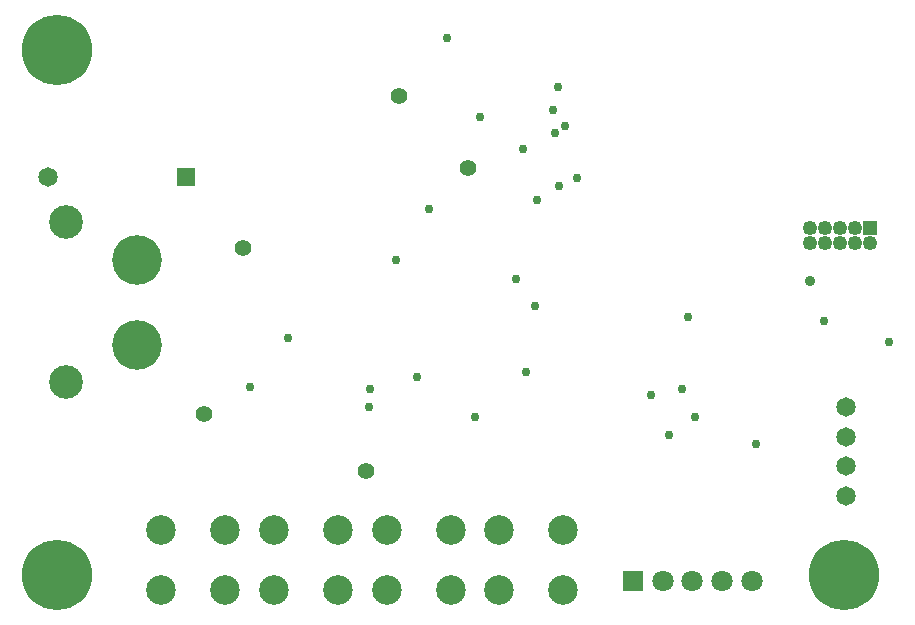
<source format=gbs>
G04*
G04 #@! TF.GenerationSoftware,Altium Limited,Altium Designer,20.1.11 (218)*
G04*
G04 Layer_Color=16711935*
%FSLAX25Y25*%
%MOIN*%
G70*
G04*
G04 #@! TF.SameCoordinates,737DE9AA-1C00-43EB-A6BF-E1ECB243433D*
G04*
G04*
G04 #@! TF.FilePolarity,Negative*
G04*
G01*
G75*
%ADD65C,0.09862*%
%ADD66C,0.23425*%
%ADD67C,0.06496*%
%ADD68C,0.04921*%
%ADD69R,0.04921X0.04921*%
%ADD70R,0.07087X0.07087*%
%ADD71C,0.07087*%
%ADD72C,0.11221*%
%ADD73C,0.16535*%
%ADD74R,0.06496X0.06496*%
%ADD75C,0.02953*%
%ADD76C,0.03591*%
%ADD77C,0.05591*%
D65*
X85000Y27484D02*
D03*
X106260D02*
D03*
X85000Y7406D02*
D03*
X106260D02*
D03*
X160000Y27579D02*
D03*
X181260D02*
D03*
X160000Y7500D02*
D03*
X181260D02*
D03*
X122500Y27579D02*
D03*
X143760D02*
D03*
X122500Y7500D02*
D03*
X143760D02*
D03*
X47350Y27500D02*
D03*
X68610D02*
D03*
X47350Y7421D02*
D03*
X68610D02*
D03*
D66*
X275000Y12500D02*
D03*
X12500Y187500D02*
D03*
Y12500D02*
D03*
D67*
X275500Y68343D02*
D03*
Y58500D02*
D03*
Y48658D02*
D03*
Y38815D02*
D03*
X9567Y145000D02*
D03*
D68*
X263500Y123000D02*
D03*
Y128000D02*
D03*
X268500Y123000D02*
D03*
Y128000D02*
D03*
X273500Y123000D02*
D03*
Y128000D02*
D03*
X278500Y123000D02*
D03*
Y128000D02*
D03*
X283500Y123000D02*
D03*
D69*
Y128000D02*
D03*
D70*
X204658Y10500D02*
D03*
D71*
X214500D02*
D03*
X224342D02*
D03*
X234185D02*
D03*
X244028D02*
D03*
D72*
X15500Y76850D02*
D03*
Y130000D02*
D03*
D73*
X39122Y117598D02*
D03*
Y89252D02*
D03*
D74*
X55433Y145000D02*
D03*
D75*
X151700Y65300D02*
D03*
X225200Y65100D02*
D03*
X178370Y159710D02*
D03*
X172500Y137500D02*
D03*
X180000Y142000D02*
D03*
X185953Y144953D02*
D03*
X290000Y90000D02*
D03*
X245500Y56000D02*
D03*
X116500Y68500D02*
D03*
X117000Y74500D02*
D03*
X216496Y59203D02*
D03*
X77000Y75000D02*
D03*
X223000Y98500D02*
D03*
X89500Y91500D02*
D03*
X132579Y78421D02*
D03*
X268062Y97265D02*
D03*
X210500Y72500D02*
D03*
X168927Y80232D02*
D03*
X177927Y167339D02*
D03*
X221000Y74500D02*
D03*
X172000Y102000D02*
D03*
X165500Y111000D02*
D03*
X125500Y117500D02*
D03*
X181845Y162218D02*
D03*
X168000Y154500D02*
D03*
X153500Y165000D02*
D03*
X142500Y191500D02*
D03*
X179500Y175000D02*
D03*
X136500Y134500D02*
D03*
D76*
X263500Y110500D02*
D03*
D77*
X115500Y47000D02*
D03*
X61500Y66000D02*
D03*
X74500Y121500D02*
D03*
X149500Y148000D02*
D03*
X126500Y172000D02*
D03*
M02*

</source>
